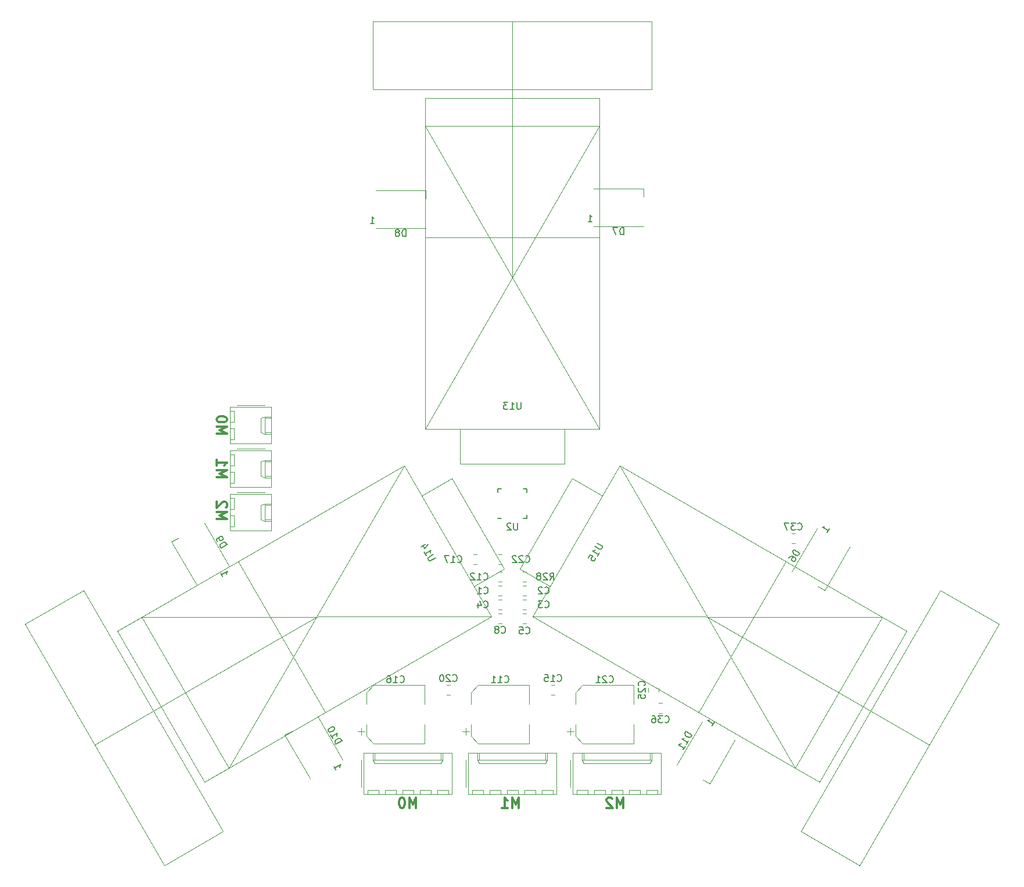
<source format=gbr>
%TF.GenerationSoftware,KiCad,Pcbnew,5.1.9-73d0e3b20d~88~ubuntu20.04.1*%
%TF.CreationDate,2021-03-24T22:26:07+08:00*%
%TF.ProjectId,elec-car,656c6563-2d63-4617-922e-6b696361645f,rev?*%
%TF.SameCoordinates,Original*%
%TF.FileFunction,Legend,Bot*%
%TF.FilePolarity,Positive*%
%FSLAX46Y46*%
G04 Gerber Fmt 4.6, Leading zero omitted, Abs format (unit mm)*
G04 Created by KiCad (PCBNEW 5.1.9-73d0e3b20d~88~ubuntu20.04.1) date 2021-03-24 22:26:07*
%MOMM*%
%LPD*%
G01*
G04 APERTURE LIST*
%ADD10C,0.300000*%
%ADD11C,0.120000*%
%ADD12C,0.150000*%
G04 APERTURE END LIST*
D10*
X122003428Y-110180285D02*
X123503428Y-110180285D01*
X122432000Y-109680285D01*
X123503428Y-109180285D01*
X122003428Y-109180285D01*
X123360571Y-108537428D02*
X123432000Y-108466000D01*
X123503428Y-108323142D01*
X123503428Y-107966000D01*
X123432000Y-107823142D01*
X123360571Y-107751714D01*
X123217714Y-107680285D01*
X123074857Y-107680285D01*
X122860571Y-107751714D01*
X122003428Y-108608857D01*
X122003428Y-107680285D01*
X122003428Y-104084285D02*
X123503428Y-104084285D01*
X122432000Y-103584285D01*
X123503428Y-103084285D01*
X122003428Y-103084285D01*
X122003428Y-101584285D02*
X122003428Y-102441428D01*
X122003428Y-102012857D02*
X123503428Y-102012857D01*
X123289142Y-102155714D01*
X123146285Y-102298571D01*
X123074857Y-102441428D01*
X122003428Y-97734285D02*
X123503428Y-97734285D01*
X122432000Y-97234285D01*
X123503428Y-96734285D01*
X122003428Y-96734285D01*
X123503428Y-95734285D02*
X123503428Y-95591428D01*
X123432000Y-95448571D01*
X123360571Y-95377142D01*
X123217714Y-95305714D01*
X122932000Y-95234285D01*
X122574857Y-95234285D01*
X122289142Y-95305714D01*
X122146285Y-95377142D01*
X122074857Y-95448571D01*
X122003428Y-95591428D01*
X122003428Y-95734285D01*
X122074857Y-95877142D01*
X122146285Y-95948571D01*
X122289142Y-96020000D01*
X122574857Y-96091428D01*
X122932000Y-96091428D01*
X123217714Y-96020000D01*
X123360571Y-95948571D01*
X123432000Y-95877142D01*
X123503428Y-95734285D01*
X181300285Y-152316571D02*
X181300285Y-150816571D01*
X180800285Y-151888000D01*
X180300285Y-150816571D01*
X180300285Y-152316571D01*
X179657428Y-150959428D02*
X179586000Y-150888000D01*
X179443142Y-150816571D01*
X179086000Y-150816571D01*
X178943142Y-150888000D01*
X178871714Y-150959428D01*
X178800285Y-151102285D01*
X178800285Y-151245142D01*
X178871714Y-151459428D01*
X179728857Y-152316571D01*
X178800285Y-152316571D01*
X166060285Y-152316571D02*
X166060285Y-150816571D01*
X165560285Y-151888000D01*
X165060285Y-150816571D01*
X165060285Y-152316571D01*
X163560285Y-152316571D02*
X164417428Y-152316571D01*
X163988857Y-152316571D02*
X163988857Y-150816571D01*
X164131714Y-151030857D01*
X164274571Y-151173714D01*
X164417428Y-151245142D01*
X151074285Y-152316571D02*
X151074285Y-150816571D01*
X150574285Y-151888000D01*
X150074285Y-150816571D01*
X150074285Y-152316571D01*
X149074285Y-150816571D02*
X148931428Y-150816571D01*
X148788571Y-150888000D01*
X148717142Y-150959428D01*
X148645714Y-151102285D01*
X148574285Y-151388000D01*
X148574285Y-151745142D01*
X148645714Y-152030857D01*
X148717142Y-152173714D01*
X148788571Y-152245142D01*
X148931428Y-152316571D01*
X149074285Y-152316571D01*
X149217142Y-152245142D01*
X149288571Y-152173714D01*
X149360000Y-152030857D01*
X149431428Y-151745142D01*
X149431428Y-151388000D01*
X149360000Y-151102285D01*
X149288571Y-150959428D01*
X149217142Y-150888000D01*
X149074285Y-150816571D01*
D11*
%TO.C,D11*%
X192737430Y-139736007D02*
X189087430Y-146057993D01*
X197500570Y-142486007D02*
X193850570Y-148807993D01*
X193850570Y-148807993D02*
X192854641Y-148232993D01*
%TO.C,D10*%
X140350570Y-145295993D02*
X136700570Y-138974007D01*
X135587430Y-148045993D02*
X131937430Y-141724007D01*
X131937430Y-141724007D02*
X132933359Y-141149007D01*
%TO.C,D9*%
X123840570Y-117101993D02*
X120190570Y-110780007D01*
X119077430Y-119851993D02*
X115427430Y-113530007D01*
X115427430Y-113530007D02*
X116423359Y-112955007D01*
%TO.C,D8*%
X145194000Y-67774000D02*
X152494000Y-67774000D01*
X145194000Y-62274000D02*
X152494000Y-62274000D01*
X152494000Y-62274000D02*
X152494000Y-63424000D01*
%TO.C,D7*%
X176944000Y-67520000D02*
X184244000Y-67520000D01*
X176944000Y-62020000D02*
X184244000Y-62020000D01*
X184244000Y-62020000D02*
X184244000Y-63170000D01*
%TO.C,D6*%
X209501430Y-111542007D02*
X205851430Y-117863993D01*
X214264570Y-114292007D02*
X210614570Y-120613993D01*
X210614570Y-120613993D02*
X209618641Y-120038993D01*
%TO.C,C37*%
X206321252Y-112295000D02*
X205798748Y-112295000D01*
X206321252Y-113765000D02*
X205798748Y-113765000D01*
%TO.C,C36*%
X186951252Y-137060000D02*
X186428748Y-137060000D01*
X186951252Y-138530000D02*
X186428748Y-138530000D01*
%TO.C,C22*%
X163060748Y-115343000D02*
X163583252Y-115343000D01*
X163060748Y-116813000D02*
X163583252Y-116813000D01*
%TO.C,C17*%
X159438748Y-115343000D02*
X159961252Y-115343000D01*
X159438748Y-116813000D02*
X159961252Y-116813000D01*
%TO.C,R28*%
X166650936Y-119353000D02*
X167105064Y-119353000D01*
X166650936Y-117883000D02*
X167105064Y-117883000D01*
%TO.C,C12*%
X163060748Y-119353000D02*
X163583252Y-119353000D01*
X163060748Y-117883000D02*
X163583252Y-117883000D01*
%TO.C,C21*%
X182820000Y-134424000D02*
X182820000Y-137174000D01*
X182820000Y-142944000D02*
X182820000Y-140194000D01*
X175364437Y-142944000D02*
X182820000Y-142944000D01*
X175364437Y-134424000D02*
X182820000Y-134424000D01*
X174300000Y-135488437D02*
X174300000Y-137174000D01*
X174300000Y-141879563D02*
X174300000Y-140194000D01*
X174300000Y-141879563D02*
X175364437Y-142944000D01*
X174300000Y-135488437D02*
X175364437Y-134424000D01*
X173060000Y-141194000D02*
X174060000Y-141194000D01*
X173560000Y-141694000D02*
X173560000Y-140694000D01*
%TO.C,U15*%
X209854957Y-148539523D02*
X206335429Y-146507523D01*
X222554957Y-126542477D02*
X209854957Y-148539523D01*
X219035429Y-124510477D02*
X222554957Y-126542477D01*
X204957320Y-116382477D02*
X192257320Y-138379523D01*
X173821162Y-104271886D02*
X178220571Y-106811886D01*
X170011162Y-110871000D02*
X173821162Y-104271886D01*
X166201162Y-117470114D02*
X170600571Y-120010114D01*
X170011162Y-110871000D02*
X166201162Y-117470114D01*
X227464809Y-120578364D02*
X236043657Y-125531364D01*
X207144809Y-155773636D02*
X227464809Y-120578364D01*
X215723657Y-160726636D02*
X207144809Y-155773636D01*
X236043657Y-125531364D02*
X215723657Y-160726636D01*
X212685429Y-135509000D02*
X225883657Y-143129000D01*
X193548000Y-124460000D02*
X212685429Y-135509000D01*
X168060571Y-124409523D02*
X219035429Y-124510477D01*
X206335429Y-146507523D02*
X180760571Y-102412477D01*
X206335429Y-146507523D02*
X168060571Y-124409523D01*
X219035429Y-124510477D02*
X206335429Y-146507523D01*
X180760571Y-102412477D02*
X219035429Y-124510477D01*
X168060571Y-124409523D02*
X180760571Y-102412477D01*
%TO.C,U14*%
X149312429Y-102412477D02*
X162012429Y-124409523D01*
X162012429Y-124409523D02*
X123737571Y-146507523D01*
X123737571Y-146507523D02*
X111037571Y-124510477D01*
X111037571Y-124510477D02*
X149312429Y-102412477D01*
X111037571Y-124510477D02*
X162012429Y-124409523D01*
X149312429Y-102412477D02*
X123737571Y-146507523D01*
X136525000Y-124460000D02*
X117387571Y-135509000D01*
X117387571Y-135509000D02*
X104189343Y-143129000D01*
X114349343Y-160726636D02*
X94029343Y-125531364D01*
X94029343Y-125531364D02*
X102608191Y-120578364D01*
X102608191Y-120578364D02*
X122928191Y-155773636D01*
X122928191Y-155773636D02*
X114349343Y-160726636D01*
X160061838Y-110871000D02*
X156251838Y-104271886D01*
X156251838Y-104271886D02*
X151852429Y-106811886D01*
X160061838Y-110871000D02*
X163871838Y-117470114D01*
X163871838Y-117470114D02*
X159472429Y-120010114D01*
X137815680Y-138379523D02*
X125115680Y-116382477D01*
X123737571Y-146507523D02*
X120218043Y-148539523D01*
X120218043Y-148539523D02*
X107518043Y-126542477D01*
X107518043Y-126542477D02*
X111037571Y-124510477D01*
%TO.C,U13*%
X177800000Y-97028000D02*
X152400000Y-97028000D01*
X152400000Y-97028000D02*
X152400000Y-52832000D01*
X152400000Y-52832000D02*
X177800000Y-52832000D01*
X177800000Y-52832000D02*
X177800000Y-97028000D01*
X177800000Y-52832000D02*
X152400000Y-97028000D01*
X177800000Y-97028000D02*
X152400000Y-52832000D01*
X165100000Y-74930000D02*
X165100000Y-52832000D01*
X165100000Y-52832000D02*
X165100000Y-37592000D01*
X144780000Y-37592000D02*
X185420000Y-37592000D01*
X185420000Y-37592000D02*
X185420000Y-47498000D01*
X185420000Y-47498000D02*
X144780000Y-47498000D01*
X144780000Y-47498000D02*
X144780000Y-37592000D01*
X165100000Y-102108000D02*
X172720000Y-102108000D01*
X172720000Y-102108000D02*
X172720000Y-97028000D01*
X165100000Y-102108000D02*
X157480000Y-102108000D01*
X157480000Y-102108000D02*
X157480000Y-97028000D01*
X152400000Y-69088000D02*
X177800000Y-69088000D01*
X152400000Y-52832000D02*
X152400000Y-48768000D01*
X152400000Y-48768000D02*
X177800000Y-48768000D01*
X177800000Y-48768000D02*
X177800000Y-52832000D01*
D12*
%TO.C,U2*%
X167250000Y-110100000D02*
X167250000Y-109575000D01*
X162950000Y-105800000D02*
X162950000Y-106325000D01*
X167250000Y-105800000D02*
X167250000Y-106325000D01*
X162950000Y-110100000D02*
X163475000Y-110100000D01*
X162950000Y-105800000D02*
X163475000Y-105800000D01*
X167250000Y-105800000D02*
X166725000Y-105800000D01*
X167250000Y-110100000D02*
X166725000Y-110100000D01*
D11*
%TO.C,J8*%
X123970000Y-93870000D02*
X129990000Y-93870000D01*
X129990000Y-93870000D02*
X129990000Y-99170000D01*
X129990000Y-99170000D02*
X123970000Y-99170000D01*
X123970000Y-99170000D02*
X123970000Y-93870000D01*
X125000000Y-93580000D02*
X129000000Y-93580000D01*
X129990000Y-95250000D02*
X128990000Y-95250000D01*
X128990000Y-95250000D02*
X128990000Y-97790000D01*
X128990000Y-97790000D02*
X129990000Y-97790000D01*
X128990000Y-95250000D02*
X128460000Y-95500000D01*
X128460000Y-95500000D02*
X128460000Y-97540000D01*
X128460000Y-97540000D02*
X128990000Y-97790000D01*
X129990000Y-95500000D02*
X128990000Y-95500000D01*
X129990000Y-97540000D02*
X128990000Y-97540000D01*
X123970000Y-94450000D02*
X124570000Y-94450000D01*
X124570000Y-94450000D02*
X124570000Y-96050000D01*
X124570000Y-96050000D02*
X123970000Y-96050000D01*
X123970000Y-96990000D02*
X124570000Y-96990000D01*
X124570000Y-96990000D02*
X124570000Y-98590000D01*
X124570000Y-98590000D02*
X123970000Y-98590000D01*
%TO.C,J7*%
X173880000Y-150350000D02*
X173880000Y-144330000D01*
X173880000Y-144330000D02*
X186800000Y-144330000D01*
X186800000Y-144330000D02*
X186800000Y-150350000D01*
X186800000Y-150350000D02*
X173880000Y-150350000D01*
X173590000Y-149320000D02*
X173590000Y-145320000D01*
X175260000Y-144330000D02*
X175260000Y-145330000D01*
X175260000Y-145330000D02*
X185420000Y-145330000D01*
X185420000Y-145330000D02*
X185420000Y-144330000D01*
X175260000Y-145330000D02*
X175510000Y-145860000D01*
X175510000Y-145860000D02*
X185170000Y-145860000D01*
X185170000Y-145860000D02*
X185420000Y-145330000D01*
X175510000Y-144330000D02*
X175510000Y-145330000D01*
X185170000Y-144330000D02*
X185170000Y-145330000D01*
X174460000Y-150350000D02*
X174460000Y-149750000D01*
X174460000Y-149750000D02*
X176060000Y-149750000D01*
X176060000Y-149750000D02*
X176060000Y-150350000D01*
X177000000Y-150350000D02*
X177000000Y-149750000D01*
X177000000Y-149750000D02*
X178600000Y-149750000D01*
X178600000Y-149750000D02*
X178600000Y-150350000D01*
X179540000Y-150350000D02*
X179540000Y-149750000D01*
X179540000Y-149750000D02*
X181140000Y-149750000D01*
X181140000Y-149750000D02*
X181140000Y-150350000D01*
X182080000Y-150350000D02*
X182080000Y-149750000D01*
X182080000Y-149750000D02*
X183680000Y-149750000D01*
X183680000Y-149750000D02*
X183680000Y-150350000D01*
X184620000Y-150350000D02*
X184620000Y-149750000D01*
X184620000Y-149750000D02*
X186220000Y-149750000D01*
X186220000Y-149750000D02*
X186220000Y-150350000D01*
%TO.C,J6*%
X123970000Y-100220000D02*
X129990000Y-100220000D01*
X129990000Y-100220000D02*
X129990000Y-105520000D01*
X129990000Y-105520000D02*
X123970000Y-105520000D01*
X123970000Y-105520000D02*
X123970000Y-100220000D01*
X125000000Y-99930000D02*
X129000000Y-99930000D01*
X129990000Y-101600000D02*
X128990000Y-101600000D01*
X128990000Y-101600000D02*
X128990000Y-104140000D01*
X128990000Y-104140000D02*
X129990000Y-104140000D01*
X128990000Y-101600000D02*
X128460000Y-101850000D01*
X128460000Y-101850000D02*
X128460000Y-103890000D01*
X128460000Y-103890000D02*
X128990000Y-104140000D01*
X129990000Y-101850000D02*
X128990000Y-101850000D01*
X129990000Y-103890000D02*
X128990000Y-103890000D01*
X123970000Y-100800000D02*
X124570000Y-100800000D01*
X124570000Y-100800000D02*
X124570000Y-102400000D01*
X124570000Y-102400000D02*
X123970000Y-102400000D01*
X123970000Y-103340000D02*
X124570000Y-103340000D01*
X124570000Y-103340000D02*
X124570000Y-104940000D01*
X124570000Y-104940000D02*
X123970000Y-104940000D01*
%TO.C,J5*%
X143400000Y-150350000D02*
X143400000Y-144330000D01*
X143400000Y-144330000D02*
X156320000Y-144330000D01*
X156320000Y-144330000D02*
X156320000Y-150350000D01*
X156320000Y-150350000D02*
X143400000Y-150350000D01*
X143110000Y-149320000D02*
X143110000Y-145320000D01*
X144780000Y-144330000D02*
X144780000Y-145330000D01*
X144780000Y-145330000D02*
X154940000Y-145330000D01*
X154940000Y-145330000D02*
X154940000Y-144330000D01*
X144780000Y-145330000D02*
X145030000Y-145860000D01*
X145030000Y-145860000D02*
X154690000Y-145860000D01*
X154690000Y-145860000D02*
X154940000Y-145330000D01*
X145030000Y-144330000D02*
X145030000Y-145330000D01*
X154690000Y-144330000D02*
X154690000Y-145330000D01*
X143980000Y-150350000D02*
X143980000Y-149750000D01*
X143980000Y-149750000D02*
X145580000Y-149750000D01*
X145580000Y-149750000D02*
X145580000Y-150350000D01*
X146520000Y-150350000D02*
X146520000Y-149750000D01*
X146520000Y-149750000D02*
X148120000Y-149750000D01*
X148120000Y-149750000D02*
X148120000Y-150350000D01*
X149060000Y-150350000D02*
X149060000Y-149750000D01*
X149060000Y-149750000D02*
X150660000Y-149750000D01*
X150660000Y-149750000D02*
X150660000Y-150350000D01*
X151600000Y-150350000D02*
X151600000Y-149750000D01*
X151600000Y-149750000D02*
X153200000Y-149750000D01*
X153200000Y-149750000D02*
X153200000Y-150350000D01*
X154140000Y-150350000D02*
X154140000Y-149750000D01*
X154140000Y-149750000D02*
X155740000Y-149750000D01*
X155740000Y-149750000D02*
X155740000Y-150350000D01*
%TO.C,J4*%
X123970000Y-106570000D02*
X129990000Y-106570000D01*
X129990000Y-106570000D02*
X129990000Y-111870000D01*
X129990000Y-111870000D02*
X123970000Y-111870000D01*
X123970000Y-111870000D02*
X123970000Y-106570000D01*
X125000000Y-106280000D02*
X129000000Y-106280000D01*
X129990000Y-107950000D02*
X128990000Y-107950000D01*
X128990000Y-107950000D02*
X128990000Y-110490000D01*
X128990000Y-110490000D02*
X129990000Y-110490000D01*
X128990000Y-107950000D02*
X128460000Y-108200000D01*
X128460000Y-108200000D02*
X128460000Y-110240000D01*
X128460000Y-110240000D02*
X128990000Y-110490000D01*
X129990000Y-108200000D02*
X128990000Y-108200000D01*
X129990000Y-110240000D02*
X128990000Y-110240000D01*
X123970000Y-107150000D02*
X124570000Y-107150000D01*
X124570000Y-107150000D02*
X124570000Y-108750000D01*
X124570000Y-108750000D02*
X123970000Y-108750000D01*
X123970000Y-109690000D02*
X124570000Y-109690000D01*
X124570000Y-109690000D02*
X124570000Y-111290000D01*
X124570000Y-111290000D02*
X123970000Y-111290000D01*
%TO.C,J3*%
X158640000Y-150350000D02*
X158640000Y-144330000D01*
X158640000Y-144330000D02*
X171560000Y-144330000D01*
X171560000Y-144330000D02*
X171560000Y-150350000D01*
X171560000Y-150350000D02*
X158640000Y-150350000D01*
X158350000Y-149320000D02*
X158350000Y-145320000D01*
X160020000Y-144330000D02*
X160020000Y-145330000D01*
X160020000Y-145330000D02*
X170180000Y-145330000D01*
X170180000Y-145330000D02*
X170180000Y-144330000D01*
X160020000Y-145330000D02*
X160270000Y-145860000D01*
X160270000Y-145860000D02*
X169930000Y-145860000D01*
X169930000Y-145860000D02*
X170180000Y-145330000D01*
X160270000Y-144330000D02*
X160270000Y-145330000D01*
X169930000Y-144330000D02*
X169930000Y-145330000D01*
X159220000Y-150350000D02*
X159220000Y-149750000D01*
X159220000Y-149750000D02*
X160820000Y-149750000D01*
X160820000Y-149750000D02*
X160820000Y-150350000D01*
X161760000Y-150350000D02*
X161760000Y-149750000D01*
X161760000Y-149750000D02*
X163360000Y-149750000D01*
X163360000Y-149750000D02*
X163360000Y-150350000D01*
X164300000Y-150350000D02*
X164300000Y-149750000D01*
X164300000Y-149750000D02*
X165900000Y-149750000D01*
X165900000Y-149750000D02*
X165900000Y-150350000D01*
X166840000Y-150350000D02*
X166840000Y-149750000D01*
X166840000Y-149750000D02*
X168440000Y-149750000D01*
X168440000Y-149750000D02*
X168440000Y-150350000D01*
X169380000Y-150350000D02*
X169380000Y-149750000D01*
X169380000Y-149750000D02*
X170980000Y-149750000D01*
X170980000Y-149750000D02*
X170980000Y-150350000D01*
%TO.C,C25*%
X184939000Y-134866748D02*
X184939000Y-135389252D01*
X186409000Y-134866748D02*
X186409000Y-135389252D01*
%TO.C,C20*%
X156029252Y-134393000D02*
X155506748Y-134393000D01*
X156029252Y-135863000D02*
X155506748Y-135863000D01*
%TO.C,C16*%
X152340000Y-134424000D02*
X152340000Y-137174000D01*
X152340000Y-142944000D02*
X152340000Y-140194000D01*
X144884437Y-142944000D02*
X152340000Y-142944000D01*
X144884437Y-134424000D02*
X152340000Y-134424000D01*
X143820000Y-135488437D02*
X143820000Y-137174000D01*
X143820000Y-141879563D02*
X143820000Y-140194000D01*
X143820000Y-141879563D02*
X144884437Y-142944000D01*
X143820000Y-135488437D02*
X144884437Y-134424000D01*
X142580000Y-141194000D02*
X143580000Y-141194000D01*
X143080000Y-141694000D02*
X143080000Y-140694000D01*
%TO.C,C15*%
X171269252Y-134393000D02*
X170746748Y-134393000D01*
X171269252Y-135863000D02*
X170746748Y-135863000D01*
%TO.C,C11*%
X167580000Y-134424000D02*
X167580000Y-137174000D01*
X167580000Y-142944000D02*
X167580000Y-140194000D01*
X160124437Y-142944000D02*
X167580000Y-142944000D01*
X160124437Y-134424000D02*
X167580000Y-134424000D01*
X159060000Y-135488437D02*
X159060000Y-137174000D01*
X159060000Y-141879563D02*
X159060000Y-140194000D01*
X159060000Y-141879563D02*
X160124437Y-142944000D01*
X159060000Y-135488437D02*
X160124437Y-134424000D01*
X157820000Y-141194000D02*
X158820000Y-141194000D01*
X158320000Y-141694000D02*
X158320000Y-140694000D01*
%TO.C,C8*%
X163060748Y-125449000D02*
X163583252Y-125449000D01*
X163060748Y-123979000D02*
X163583252Y-123979000D01*
%TO.C,C5*%
X167139252Y-123979000D02*
X166616748Y-123979000D01*
X167139252Y-125449000D02*
X166616748Y-125449000D01*
%TO.C,C4*%
X163060748Y-123417000D02*
X163583252Y-123417000D01*
X163060748Y-121947000D02*
X163583252Y-121947000D01*
%TO.C,C3*%
X167139252Y-121947000D02*
X166616748Y-121947000D01*
X167139252Y-123417000D02*
X166616748Y-123417000D01*
%TO.C,C2*%
X167139252Y-119915000D02*
X166616748Y-119915000D01*
X167139252Y-121385000D02*
X166616748Y-121385000D01*
%TO.C,C1*%
X163060748Y-121385000D02*
X163583252Y-121385000D01*
X163060748Y-119915000D02*
X163583252Y-119915000D01*
%TO.C,D11*%
D12*
X191261827Y-141696588D02*
X190395801Y-141196588D01*
X190276754Y-141402784D01*
X190246564Y-141550312D01*
X190281424Y-141680409D01*
X190340093Y-141769268D01*
X190481241Y-141905745D01*
X190604959Y-141977174D01*
X190793725Y-142031172D01*
X190900014Y-142037552D01*
X191030111Y-142002693D01*
X191142779Y-141902784D01*
X191261827Y-141696588D01*
X190499922Y-143016245D02*
X190785636Y-142521374D01*
X190642779Y-142768810D02*
X189776754Y-142268810D01*
X189948091Y-142257760D01*
X190078188Y-142222900D01*
X190167047Y-142164231D01*
X190023732Y-143841032D02*
X190309446Y-143346160D01*
X190166589Y-143593596D02*
X189300563Y-143093596D01*
X189471900Y-143082546D01*
X189601998Y-143047686D01*
X189690856Y-142989017D01*
X194232275Y-140351621D02*
X194517989Y-139856749D01*
X194375132Y-140104185D02*
X193509106Y-139604185D01*
X193680443Y-139593135D01*
X193810541Y-139558275D01*
X193899399Y-139499606D01*
%TO.C,D10*%
X139390458Y-143037792D02*
X140256483Y-142537792D01*
X140137436Y-142331596D01*
X140024768Y-142231687D01*
X139894670Y-142196828D01*
X139788382Y-142203208D01*
X139599615Y-142257206D01*
X139475897Y-142328635D01*
X139334750Y-142465112D01*
X139276081Y-142553971D01*
X139241221Y-142684068D01*
X139271410Y-142831596D01*
X139390458Y-143037792D01*
X138628553Y-141718134D02*
X138914267Y-142213006D01*
X138771410Y-141965570D02*
X139637436Y-141465570D01*
X139561337Y-141619478D01*
X139526477Y-141749575D01*
X139532857Y-141855863D01*
X139185055Y-140682024D02*
X139137436Y-140599545D01*
X139048577Y-140540876D01*
X138983529Y-140523446D01*
X138877240Y-140529826D01*
X138688474Y-140583825D01*
X138482277Y-140702872D01*
X138341129Y-140839350D01*
X138282460Y-140928208D01*
X138265031Y-140993257D01*
X138271410Y-141099545D01*
X138319029Y-141182024D01*
X138407888Y-141240693D01*
X138472937Y-141258122D01*
X138579225Y-141251743D01*
X138767991Y-141197744D01*
X138974188Y-141078696D01*
X139115336Y-140942219D01*
X139174005Y-140853360D01*
X139191435Y-140788312D01*
X139185055Y-140682024D01*
X139070010Y-146282759D02*
X139355724Y-146777631D01*
X139212867Y-146530195D02*
X140078893Y-146030195D01*
X140002794Y-146184102D01*
X139967934Y-146314200D01*
X139974314Y-146420488D01*
%TO.C,D9*%
X122642363Y-114431399D02*
X123508388Y-113931399D01*
X123389341Y-113725203D01*
X123276673Y-113625294D01*
X123146575Y-113590435D01*
X123040287Y-113596814D01*
X122851520Y-113650813D01*
X122727802Y-113722242D01*
X122586654Y-113858719D01*
X122527985Y-113947578D01*
X122493126Y-114077675D01*
X122523315Y-114225203D01*
X122642363Y-114431399D01*
X122118553Y-113524134D02*
X122023315Y-113359177D01*
X122016935Y-113252889D01*
X122034365Y-113187840D01*
X122110464Y-113033933D01*
X122251612Y-112897456D01*
X122581526Y-112706980D01*
X122687814Y-112700600D01*
X122752863Y-112718030D01*
X122841721Y-112776699D01*
X122936960Y-112941656D01*
X122943339Y-113047944D01*
X122925910Y-113112993D01*
X122867240Y-113201851D01*
X122661044Y-113320899D01*
X122554756Y-113327279D01*
X122489707Y-113309849D01*
X122400849Y-113251180D01*
X122305610Y-113086222D01*
X122299231Y-112979934D01*
X122316661Y-112914886D01*
X122375330Y-112826027D01*
X122560010Y-118088759D02*
X122845724Y-118583631D01*
X122702867Y-118336195D02*
X123568893Y-117836195D01*
X123492794Y-117990102D01*
X123457934Y-118120200D01*
X123464314Y-118226488D01*
%TO.C,D8*%
X149582095Y-68976380D02*
X149582095Y-67976380D01*
X149344000Y-67976380D01*
X149201142Y-68024000D01*
X149105904Y-68119238D01*
X149058285Y-68214476D01*
X149010666Y-68404952D01*
X149010666Y-68547809D01*
X149058285Y-68738285D01*
X149105904Y-68833523D01*
X149201142Y-68928761D01*
X149344000Y-68976380D01*
X149582095Y-68976380D01*
X148439238Y-68404952D02*
X148534476Y-68357333D01*
X148582095Y-68309714D01*
X148629714Y-68214476D01*
X148629714Y-68166857D01*
X148582095Y-68071619D01*
X148534476Y-68024000D01*
X148439238Y-67976380D01*
X148248761Y-67976380D01*
X148153523Y-68024000D01*
X148105904Y-68071619D01*
X148058285Y-68166857D01*
X148058285Y-68214476D01*
X148105904Y-68309714D01*
X148153523Y-68357333D01*
X148248761Y-68404952D01*
X148439238Y-68404952D01*
X148534476Y-68452571D01*
X148582095Y-68500190D01*
X148629714Y-68595428D01*
X148629714Y-68785904D01*
X148582095Y-68881142D01*
X148534476Y-68928761D01*
X148439238Y-68976380D01*
X148248761Y-68976380D01*
X148153523Y-68928761D01*
X148105904Y-68881142D01*
X148058285Y-68785904D01*
X148058285Y-68595428D01*
X148105904Y-68500190D01*
X148153523Y-68452571D01*
X148248761Y-68404952D01*
X144408285Y-67076380D02*
X144979714Y-67076380D01*
X144694000Y-67076380D02*
X144694000Y-66076380D01*
X144789238Y-66219238D01*
X144884476Y-66314476D01*
X144979714Y-66362095D01*
%TO.C,D7*%
X181332095Y-68722380D02*
X181332095Y-67722380D01*
X181094000Y-67722380D01*
X180951142Y-67770000D01*
X180855904Y-67865238D01*
X180808285Y-67960476D01*
X180760666Y-68150952D01*
X180760666Y-68293809D01*
X180808285Y-68484285D01*
X180855904Y-68579523D01*
X180951142Y-68674761D01*
X181094000Y-68722380D01*
X181332095Y-68722380D01*
X180427333Y-67722380D02*
X179760666Y-67722380D01*
X180189238Y-68722380D01*
X176158285Y-66822380D02*
X176729714Y-66822380D01*
X176444000Y-66822380D02*
X176444000Y-65822380D01*
X176539238Y-65965238D01*
X176634476Y-66060476D01*
X176729714Y-66108095D01*
%TO.C,D6*%
X207008821Y-115156981D02*
X206142795Y-114656981D01*
X206023747Y-114863177D01*
X205993558Y-115010705D01*
X206028418Y-115140802D01*
X206087087Y-115229661D01*
X206228235Y-115366138D01*
X206351952Y-115437567D01*
X206540719Y-115491565D01*
X206647007Y-115497945D01*
X206777105Y-115463086D01*
X206889773Y-115363177D01*
X207008821Y-115156981D01*
X205428509Y-115894160D02*
X205523747Y-115729203D01*
X205612606Y-115670534D01*
X205677655Y-115653104D01*
X205848992Y-115642054D01*
X206037758Y-115696053D01*
X206367673Y-115886529D01*
X206426342Y-115975387D01*
X206443772Y-116040436D01*
X206437392Y-116146724D01*
X206342154Y-116311681D01*
X206253295Y-116370350D01*
X206188247Y-116387780D01*
X206081959Y-116381400D01*
X205875762Y-116262353D01*
X205817093Y-116173494D01*
X205799663Y-116108446D01*
X205806043Y-116002157D01*
X205901281Y-115837200D01*
X205990139Y-115778531D01*
X206055188Y-115761101D01*
X206161476Y-115767481D01*
X210996275Y-112157621D02*
X211281989Y-111662749D01*
X211139132Y-111910185D02*
X210273106Y-111410185D01*
X210444443Y-111399135D01*
X210574541Y-111364275D01*
X210663399Y-111305606D01*
%TO.C,C37*%
X206702857Y-111707142D02*
X206750476Y-111754761D01*
X206893333Y-111802380D01*
X206988571Y-111802380D01*
X207131428Y-111754761D01*
X207226666Y-111659523D01*
X207274285Y-111564285D01*
X207321904Y-111373809D01*
X207321904Y-111230952D01*
X207274285Y-111040476D01*
X207226666Y-110945238D01*
X207131428Y-110850000D01*
X206988571Y-110802380D01*
X206893333Y-110802380D01*
X206750476Y-110850000D01*
X206702857Y-110897619D01*
X206369523Y-110802380D02*
X205750476Y-110802380D01*
X206083809Y-111183333D01*
X205940952Y-111183333D01*
X205845714Y-111230952D01*
X205798095Y-111278571D01*
X205750476Y-111373809D01*
X205750476Y-111611904D01*
X205798095Y-111707142D01*
X205845714Y-111754761D01*
X205940952Y-111802380D01*
X206226666Y-111802380D01*
X206321904Y-111754761D01*
X206369523Y-111707142D01*
X205417142Y-110802380D02*
X204750476Y-110802380D01*
X205179047Y-111802380D01*
%TO.C,C36*%
X187332857Y-139803142D02*
X187380476Y-139850761D01*
X187523333Y-139898380D01*
X187618571Y-139898380D01*
X187761428Y-139850761D01*
X187856666Y-139755523D01*
X187904285Y-139660285D01*
X187951904Y-139469809D01*
X187951904Y-139326952D01*
X187904285Y-139136476D01*
X187856666Y-139041238D01*
X187761428Y-138946000D01*
X187618571Y-138898380D01*
X187523333Y-138898380D01*
X187380476Y-138946000D01*
X187332857Y-138993619D01*
X186999523Y-138898380D02*
X186380476Y-138898380D01*
X186713809Y-139279333D01*
X186570952Y-139279333D01*
X186475714Y-139326952D01*
X186428095Y-139374571D01*
X186380476Y-139469809D01*
X186380476Y-139707904D01*
X186428095Y-139803142D01*
X186475714Y-139850761D01*
X186570952Y-139898380D01*
X186856666Y-139898380D01*
X186951904Y-139850761D01*
X186999523Y-139803142D01*
X185523333Y-138898380D02*
X185713809Y-138898380D01*
X185809047Y-138946000D01*
X185856666Y-138993619D01*
X185951904Y-139136476D01*
X185999523Y-139326952D01*
X185999523Y-139707904D01*
X185951904Y-139803142D01*
X185904285Y-139850761D01*
X185809047Y-139898380D01*
X185618571Y-139898380D01*
X185523333Y-139850761D01*
X185475714Y-139803142D01*
X185428095Y-139707904D01*
X185428095Y-139469809D01*
X185475714Y-139374571D01*
X185523333Y-139326952D01*
X185618571Y-139279333D01*
X185809047Y-139279333D01*
X185904285Y-139326952D01*
X185951904Y-139374571D01*
X185999523Y-139469809D01*
%TO.C,C22*%
X167012857Y-116435142D02*
X167060476Y-116482761D01*
X167203333Y-116530380D01*
X167298571Y-116530380D01*
X167441428Y-116482761D01*
X167536666Y-116387523D01*
X167584285Y-116292285D01*
X167631904Y-116101809D01*
X167631904Y-115958952D01*
X167584285Y-115768476D01*
X167536666Y-115673238D01*
X167441428Y-115578000D01*
X167298571Y-115530380D01*
X167203333Y-115530380D01*
X167060476Y-115578000D01*
X167012857Y-115625619D01*
X166631904Y-115625619D02*
X166584285Y-115578000D01*
X166489047Y-115530380D01*
X166250952Y-115530380D01*
X166155714Y-115578000D01*
X166108095Y-115625619D01*
X166060476Y-115720857D01*
X166060476Y-115816095D01*
X166108095Y-115958952D01*
X166679523Y-116530380D01*
X166060476Y-116530380D01*
X165679523Y-115625619D02*
X165631904Y-115578000D01*
X165536666Y-115530380D01*
X165298571Y-115530380D01*
X165203333Y-115578000D01*
X165155714Y-115625619D01*
X165108095Y-115720857D01*
X165108095Y-115816095D01*
X165155714Y-115958952D01*
X165727142Y-116530380D01*
X165108095Y-116530380D01*
%TO.C,C17*%
X157106857Y-116435142D02*
X157154476Y-116482761D01*
X157297333Y-116530380D01*
X157392571Y-116530380D01*
X157535428Y-116482761D01*
X157630666Y-116387523D01*
X157678285Y-116292285D01*
X157725904Y-116101809D01*
X157725904Y-115958952D01*
X157678285Y-115768476D01*
X157630666Y-115673238D01*
X157535428Y-115578000D01*
X157392571Y-115530380D01*
X157297333Y-115530380D01*
X157154476Y-115578000D01*
X157106857Y-115625619D01*
X156154476Y-116530380D02*
X156725904Y-116530380D01*
X156440190Y-116530380D02*
X156440190Y-115530380D01*
X156535428Y-115673238D01*
X156630666Y-115768476D01*
X156725904Y-115816095D01*
X155821142Y-115530380D02*
X155154476Y-115530380D01*
X155583047Y-116530380D01*
%TO.C,R28*%
X170568857Y-119070380D02*
X170902190Y-118594190D01*
X171140285Y-119070380D02*
X171140285Y-118070380D01*
X170759333Y-118070380D01*
X170664095Y-118118000D01*
X170616476Y-118165619D01*
X170568857Y-118260857D01*
X170568857Y-118403714D01*
X170616476Y-118498952D01*
X170664095Y-118546571D01*
X170759333Y-118594190D01*
X171140285Y-118594190D01*
X170187904Y-118165619D02*
X170140285Y-118118000D01*
X170045047Y-118070380D01*
X169806952Y-118070380D01*
X169711714Y-118118000D01*
X169664095Y-118165619D01*
X169616476Y-118260857D01*
X169616476Y-118356095D01*
X169664095Y-118498952D01*
X170235523Y-119070380D01*
X169616476Y-119070380D01*
X169045047Y-118498952D02*
X169140285Y-118451333D01*
X169187904Y-118403714D01*
X169235523Y-118308476D01*
X169235523Y-118260857D01*
X169187904Y-118165619D01*
X169140285Y-118118000D01*
X169045047Y-118070380D01*
X168854571Y-118070380D01*
X168759333Y-118118000D01*
X168711714Y-118165619D01*
X168664095Y-118260857D01*
X168664095Y-118308476D01*
X168711714Y-118403714D01*
X168759333Y-118451333D01*
X168854571Y-118498952D01*
X169045047Y-118498952D01*
X169140285Y-118546571D01*
X169187904Y-118594190D01*
X169235523Y-118689428D01*
X169235523Y-118879904D01*
X169187904Y-118975142D01*
X169140285Y-119022761D01*
X169045047Y-119070380D01*
X168854571Y-119070380D01*
X168759333Y-119022761D01*
X168711714Y-118975142D01*
X168664095Y-118879904D01*
X168664095Y-118689428D01*
X168711714Y-118594190D01*
X168759333Y-118546571D01*
X168854571Y-118498952D01*
%TO.C,C12*%
X160916857Y-118975142D02*
X160964476Y-119022761D01*
X161107333Y-119070380D01*
X161202571Y-119070380D01*
X161345428Y-119022761D01*
X161440666Y-118927523D01*
X161488285Y-118832285D01*
X161535904Y-118641809D01*
X161535904Y-118498952D01*
X161488285Y-118308476D01*
X161440666Y-118213238D01*
X161345428Y-118118000D01*
X161202571Y-118070380D01*
X161107333Y-118070380D01*
X160964476Y-118118000D01*
X160916857Y-118165619D01*
X159964476Y-119070380D02*
X160535904Y-119070380D01*
X160250190Y-119070380D02*
X160250190Y-118070380D01*
X160345428Y-118213238D01*
X160440666Y-118308476D01*
X160535904Y-118356095D01*
X159583523Y-118165619D02*
X159535904Y-118118000D01*
X159440666Y-118070380D01*
X159202571Y-118070380D01*
X159107333Y-118118000D01*
X159059714Y-118165619D01*
X159012095Y-118260857D01*
X159012095Y-118356095D01*
X159059714Y-118498952D01*
X159631142Y-119070380D01*
X159012095Y-119070380D01*
%TO.C,C21*%
X179202857Y-133961142D02*
X179250476Y-134008761D01*
X179393333Y-134056380D01*
X179488571Y-134056380D01*
X179631428Y-134008761D01*
X179726666Y-133913523D01*
X179774285Y-133818285D01*
X179821904Y-133627809D01*
X179821904Y-133484952D01*
X179774285Y-133294476D01*
X179726666Y-133199238D01*
X179631428Y-133104000D01*
X179488571Y-133056380D01*
X179393333Y-133056380D01*
X179250476Y-133104000D01*
X179202857Y-133151619D01*
X178821904Y-133151619D02*
X178774285Y-133104000D01*
X178679047Y-133056380D01*
X178440952Y-133056380D01*
X178345714Y-133104000D01*
X178298095Y-133151619D01*
X178250476Y-133246857D01*
X178250476Y-133342095D01*
X178298095Y-133484952D01*
X178869523Y-134056380D01*
X178250476Y-134056380D01*
X177298095Y-134056380D02*
X177869523Y-134056380D01*
X177583809Y-134056380D02*
X177583809Y-133056380D01*
X177679047Y-133199238D01*
X177774285Y-133294476D01*
X177869523Y-133342095D01*
%TO.C,U15*%
X177414982Y-113715968D02*
X178116050Y-114120730D01*
X178174719Y-114209588D01*
X178192149Y-114274637D01*
X178185769Y-114380925D01*
X178090531Y-114545882D01*
X178001673Y-114604552D01*
X177936624Y-114621981D01*
X177830336Y-114615602D01*
X177129268Y-114210840D01*
X177495293Y-115576865D02*
X177781008Y-115081993D01*
X177638150Y-115329429D02*
X176772125Y-114829429D01*
X176943462Y-114818379D01*
X177073560Y-114783520D01*
X177162418Y-114724851D01*
X176176887Y-115860412D02*
X176414982Y-115448019D01*
X176851185Y-115644875D01*
X176786136Y-115662305D01*
X176697278Y-115720974D01*
X176578230Y-115927170D01*
X176571850Y-116033458D01*
X176589280Y-116098507D01*
X176647949Y-116187365D01*
X176854146Y-116306413D01*
X176960434Y-116312793D01*
X177025482Y-116295363D01*
X177114341Y-116236694D01*
X177233388Y-116030497D01*
X177239768Y-115924209D01*
X177222338Y-115859161D01*
%TO.C,U14*%
X153896112Y-115860412D02*
X153195044Y-116265174D01*
X153088756Y-116271554D01*
X153023707Y-116254124D01*
X152934849Y-116195455D01*
X152839611Y-116030497D01*
X152833231Y-115924209D01*
X152850661Y-115859161D01*
X152909330Y-115770302D01*
X153610398Y-115365540D01*
X152244372Y-114999515D02*
X152530087Y-115494387D01*
X152387230Y-115246951D02*
X153253255Y-114746951D01*
X153177156Y-114900858D01*
X153142297Y-115030956D01*
X153148676Y-115137244D01*
X152393151Y-113923874D02*
X151815801Y-114257207D01*
X152842113Y-113939594D02*
X152342571Y-114502934D01*
X152033048Y-113966823D01*
%TO.C,U13*%
X166338095Y-93178380D02*
X166338095Y-93987904D01*
X166290476Y-94083142D01*
X166242857Y-94130761D01*
X166147619Y-94178380D01*
X165957142Y-94178380D01*
X165861904Y-94130761D01*
X165814285Y-94083142D01*
X165766666Y-93987904D01*
X165766666Y-93178380D01*
X164766666Y-94178380D02*
X165338095Y-94178380D01*
X165052380Y-94178380D02*
X165052380Y-93178380D01*
X165147619Y-93321238D01*
X165242857Y-93416476D01*
X165338095Y-93464095D01*
X164433333Y-93178380D02*
X163814285Y-93178380D01*
X164147619Y-93559333D01*
X164004761Y-93559333D01*
X163909523Y-93606952D01*
X163861904Y-93654571D01*
X163814285Y-93749809D01*
X163814285Y-93987904D01*
X163861904Y-94083142D01*
X163909523Y-94130761D01*
X164004761Y-94178380D01*
X164290476Y-94178380D01*
X164385714Y-94130761D01*
X164433333Y-94083142D01*
%TO.C,U2*%
X165861904Y-110777380D02*
X165861904Y-111586904D01*
X165814285Y-111682142D01*
X165766666Y-111729761D01*
X165671428Y-111777380D01*
X165480952Y-111777380D01*
X165385714Y-111729761D01*
X165338095Y-111682142D01*
X165290476Y-111586904D01*
X165290476Y-110777380D01*
X164861904Y-110872619D02*
X164814285Y-110825000D01*
X164719047Y-110777380D01*
X164480952Y-110777380D01*
X164385714Y-110825000D01*
X164338095Y-110872619D01*
X164290476Y-110967857D01*
X164290476Y-111063095D01*
X164338095Y-111205952D01*
X164909523Y-111777380D01*
X164290476Y-111777380D01*
%TO.C,C25*%
X184351142Y-134485142D02*
X184398761Y-134437523D01*
X184446380Y-134294666D01*
X184446380Y-134199428D01*
X184398761Y-134056571D01*
X184303523Y-133961333D01*
X184208285Y-133913714D01*
X184017809Y-133866095D01*
X183874952Y-133866095D01*
X183684476Y-133913714D01*
X183589238Y-133961333D01*
X183494000Y-134056571D01*
X183446380Y-134199428D01*
X183446380Y-134294666D01*
X183494000Y-134437523D01*
X183541619Y-134485142D01*
X183541619Y-134866095D02*
X183494000Y-134913714D01*
X183446380Y-135008952D01*
X183446380Y-135247047D01*
X183494000Y-135342285D01*
X183541619Y-135389904D01*
X183636857Y-135437523D01*
X183732095Y-135437523D01*
X183874952Y-135389904D01*
X184446380Y-134818476D01*
X184446380Y-135437523D01*
X183446380Y-136342285D02*
X183446380Y-135866095D01*
X183922571Y-135818476D01*
X183874952Y-135866095D01*
X183827333Y-135961333D01*
X183827333Y-136199428D01*
X183874952Y-136294666D01*
X183922571Y-136342285D01*
X184017809Y-136389904D01*
X184255904Y-136389904D01*
X184351142Y-136342285D01*
X184398761Y-136294666D01*
X184446380Y-136199428D01*
X184446380Y-135961333D01*
X184398761Y-135866095D01*
X184351142Y-135818476D01*
%TO.C,C20*%
X156410857Y-133805142D02*
X156458476Y-133852761D01*
X156601333Y-133900380D01*
X156696571Y-133900380D01*
X156839428Y-133852761D01*
X156934666Y-133757523D01*
X156982285Y-133662285D01*
X157029904Y-133471809D01*
X157029904Y-133328952D01*
X156982285Y-133138476D01*
X156934666Y-133043238D01*
X156839428Y-132948000D01*
X156696571Y-132900380D01*
X156601333Y-132900380D01*
X156458476Y-132948000D01*
X156410857Y-132995619D01*
X156029904Y-132995619D02*
X155982285Y-132948000D01*
X155887047Y-132900380D01*
X155648952Y-132900380D01*
X155553714Y-132948000D01*
X155506095Y-132995619D01*
X155458476Y-133090857D01*
X155458476Y-133186095D01*
X155506095Y-133328952D01*
X156077523Y-133900380D01*
X155458476Y-133900380D01*
X154839428Y-132900380D02*
X154744190Y-132900380D01*
X154648952Y-132948000D01*
X154601333Y-132995619D01*
X154553714Y-133090857D01*
X154506095Y-133281333D01*
X154506095Y-133519428D01*
X154553714Y-133709904D01*
X154601333Y-133805142D01*
X154648952Y-133852761D01*
X154744190Y-133900380D01*
X154839428Y-133900380D01*
X154934666Y-133852761D01*
X154982285Y-133805142D01*
X155029904Y-133709904D01*
X155077523Y-133519428D01*
X155077523Y-133281333D01*
X155029904Y-133090857D01*
X154982285Y-132995619D01*
X154934666Y-132948000D01*
X154839428Y-132900380D01*
%TO.C,C16*%
X148724857Y-133961142D02*
X148772476Y-134008761D01*
X148915333Y-134056380D01*
X149010571Y-134056380D01*
X149153428Y-134008761D01*
X149248666Y-133913523D01*
X149296285Y-133818285D01*
X149343904Y-133627809D01*
X149343904Y-133484952D01*
X149296285Y-133294476D01*
X149248666Y-133199238D01*
X149153428Y-133104000D01*
X149010571Y-133056380D01*
X148915333Y-133056380D01*
X148772476Y-133104000D01*
X148724857Y-133151619D01*
X147772476Y-134056380D02*
X148343904Y-134056380D01*
X148058190Y-134056380D02*
X148058190Y-133056380D01*
X148153428Y-133199238D01*
X148248666Y-133294476D01*
X148343904Y-133342095D01*
X146915333Y-133056380D02*
X147105809Y-133056380D01*
X147201047Y-133104000D01*
X147248666Y-133151619D01*
X147343904Y-133294476D01*
X147391523Y-133484952D01*
X147391523Y-133865904D01*
X147343904Y-133961142D01*
X147296285Y-134008761D01*
X147201047Y-134056380D01*
X147010571Y-134056380D01*
X146915333Y-134008761D01*
X146867714Y-133961142D01*
X146820095Y-133865904D01*
X146820095Y-133627809D01*
X146867714Y-133532571D01*
X146915333Y-133484952D01*
X147010571Y-133437333D01*
X147201047Y-133437333D01*
X147296285Y-133484952D01*
X147343904Y-133532571D01*
X147391523Y-133627809D01*
%TO.C,C15*%
X171650857Y-133805142D02*
X171698476Y-133852761D01*
X171841333Y-133900380D01*
X171936571Y-133900380D01*
X172079428Y-133852761D01*
X172174666Y-133757523D01*
X172222285Y-133662285D01*
X172269904Y-133471809D01*
X172269904Y-133328952D01*
X172222285Y-133138476D01*
X172174666Y-133043238D01*
X172079428Y-132948000D01*
X171936571Y-132900380D01*
X171841333Y-132900380D01*
X171698476Y-132948000D01*
X171650857Y-132995619D01*
X170698476Y-133900380D02*
X171269904Y-133900380D01*
X170984190Y-133900380D02*
X170984190Y-132900380D01*
X171079428Y-133043238D01*
X171174666Y-133138476D01*
X171269904Y-133186095D01*
X169793714Y-132900380D02*
X170269904Y-132900380D01*
X170317523Y-133376571D01*
X170269904Y-133328952D01*
X170174666Y-133281333D01*
X169936571Y-133281333D01*
X169841333Y-133328952D01*
X169793714Y-133376571D01*
X169746095Y-133471809D01*
X169746095Y-133709904D01*
X169793714Y-133805142D01*
X169841333Y-133852761D01*
X169936571Y-133900380D01*
X170174666Y-133900380D01*
X170269904Y-133852761D01*
X170317523Y-133805142D01*
%TO.C,C11*%
X163964857Y-133961142D02*
X164012476Y-134008761D01*
X164155333Y-134056380D01*
X164250571Y-134056380D01*
X164393428Y-134008761D01*
X164488666Y-133913523D01*
X164536285Y-133818285D01*
X164583904Y-133627809D01*
X164583904Y-133484952D01*
X164536285Y-133294476D01*
X164488666Y-133199238D01*
X164393428Y-133104000D01*
X164250571Y-133056380D01*
X164155333Y-133056380D01*
X164012476Y-133104000D01*
X163964857Y-133151619D01*
X163012476Y-134056380D02*
X163583904Y-134056380D01*
X163298190Y-134056380D02*
X163298190Y-133056380D01*
X163393428Y-133199238D01*
X163488666Y-133294476D01*
X163583904Y-133342095D01*
X162060095Y-134056380D02*
X162631523Y-134056380D01*
X162345809Y-134056380D02*
X162345809Y-133056380D01*
X162441047Y-133199238D01*
X162536285Y-133294476D01*
X162631523Y-133342095D01*
%TO.C,C8*%
X163488666Y-126751142D02*
X163536285Y-126798761D01*
X163679142Y-126846380D01*
X163774380Y-126846380D01*
X163917238Y-126798761D01*
X164012476Y-126703523D01*
X164060095Y-126608285D01*
X164107714Y-126417809D01*
X164107714Y-126274952D01*
X164060095Y-126084476D01*
X164012476Y-125989238D01*
X163917238Y-125894000D01*
X163774380Y-125846380D01*
X163679142Y-125846380D01*
X163536285Y-125894000D01*
X163488666Y-125941619D01*
X162917238Y-126274952D02*
X163012476Y-126227333D01*
X163060095Y-126179714D01*
X163107714Y-126084476D01*
X163107714Y-126036857D01*
X163060095Y-125941619D01*
X163012476Y-125894000D01*
X162917238Y-125846380D01*
X162726761Y-125846380D01*
X162631523Y-125894000D01*
X162583904Y-125941619D01*
X162536285Y-126036857D01*
X162536285Y-126084476D01*
X162583904Y-126179714D01*
X162631523Y-126227333D01*
X162726761Y-126274952D01*
X162917238Y-126274952D01*
X163012476Y-126322571D01*
X163060095Y-126370190D01*
X163107714Y-126465428D01*
X163107714Y-126655904D01*
X163060095Y-126751142D01*
X163012476Y-126798761D01*
X162917238Y-126846380D01*
X162726761Y-126846380D01*
X162631523Y-126798761D01*
X162583904Y-126751142D01*
X162536285Y-126655904D01*
X162536285Y-126465428D01*
X162583904Y-126370190D01*
X162631523Y-126322571D01*
X162726761Y-126274952D01*
%TO.C,C5*%
X167044666Y-126849142D02*
X167092285Y-126896761D01*
X167235142Y-126944380D01*
X167330380Y-126944380D01*
X167473238Y-126896761D01*
X167568476Y-126801523D01*
X167616095Y-126706285D01*
X167663714Y-126515809D01*
X167663714Y-126372952D01*
X167616095Y-126182476D01*
X167568476Y-126087238D01*
X167473238Y-125992000D01*
X167330380Y-125944380D01*
X167235142Y-125944380D01*
X167092285Y-125992000D01*
X167044666Y-126039619D01*
X166139904Y-125944380D02*
X166616095Y-125944380D01*
X166663714Y-126420571D01*
X166616095Y-126372952D01*
X166520857Y-126325333D01*
X166282761Y-126325333D01*
X166187523Y-126372952D01*
X166139904Y-126420571D01*
X166092285Y-126515809D01*
X166092285Y-126753904D01*
X166139904Y-126849142D01*
X166187523Y-126896761D01*
X166282761Y-126944380D01*
X166520857Y-126944380D01*
X166616095Y-126896761D01*
X166663714Y-126849142D01*
%TO.C,C4*%
X160948666Y-123039142D02*
X160996285Y-123086761D01*
X161139142Y-123134380D01*
X161234380Y-123134380D01*
X161377238Y-123086761D01*
X161472476Y-122991523D01*
X161520095Y-122896285D01*
X161567714Y-122705809D01*
X161567714Y-122562952D01*
X161520095Y-122372476D01*
X161472476Y-122277238D01*
X161377238Y-122182000D01*
X161234380Y-122134380D01*
X161139142Y-122134380D01*
X160996285Y-122182000D01*
X160948666Y-122229619D01*
X160091523Y-122467714D02*
X160091523Y-123134380D01*
X160329619Y-122086761D02*
X160567714Y-122801047D01*
X159948666Y-122801047D01*
%TO.C,C3*%
X169838666Y-123039142D02*
X169886285Y-123086761D01*
X170029142Y-123134380D01*
X170124380Y-123134380D01*
X170267238Y-123086761D01*
X170362476Y-122991523D01*
X170410095Y-122896285D01*
X170457714Y-122705809D01*
X170457714Y-122562952D01*
X170410095Y-122372476D01*
X170362476Y-122277238D01*
X170267238Y-122182000D01*
X170124380Y-122134380D01*
X170029142Y-122134380D01*
X169886285Y-122182000D01*
X169838666Y-122229619D01*
X169505333Y-122134380D02*
X168886285Y-122134380D01*
X169219619Y-122515333D01*
X169076761Y-122515333D01*
X168981523Y-122562952D01*
X168933904Y-122610571D01*
X168886285Y-122705809D01*
X168886285Y-122943904D01*
X168933904Y-123039142D01*
X168981523Y-123086761D01*
X169076761Y-123134380D01*
X169362476Y-123134380D01*
X169457714Y-123086761D01*
X169505333Y-123039142D01*
%TO.C,C2*%
X169838666Y-121007142D02*
X169886285Y-121054761D01*
X170029142Y-121102380D01*
X170124380Y-121102380D01*
X170267238Y-121054761D01*
X170362476Y-120959523D01*
X170410095Y-120864285D01*
X170457714Y-120673809D01*
X170457714Y-120530952D01*
X170410095Y-120340476D01*
X170362476Y-120245238D01*
X170267238Y-120150000D01*
X170124380Y-120102380D01*
X170029142Y-120102380D01*
X169886285Y-120150000D01*
X169838666Y-120197619D01*
X169457714Y-120197619D02*
X169410095Y-120150000D01*
X169314857Y-120102380D01*
X169076761Y-120102380D01*
X168981523Y-120150000D01*
X168933904Y-120197619D01*
X168886285Y-120292857D01*
X168886285Y-120388095D01*
X168933904Y-120530952D01*
X169505333Y-121102380D01*
X168886285Y-121102380D01*
%TO.C,C1*%
X160948666Y-121007142D02*
X160996285Y-121054761D01*
X161139142Y-121102380D01*
X161234380Y-121102380D01*
X161377238Y-121054761D01*
X161472476Y-120959523D01*
X161520095Y-120864285D01*
X161567714Y-120673809D01*
X161567714Y-120530952D01*
X161520095Y-120340476D01*
X161472476Y-120245238D01*
X161377238Y-120150000D01*
X161234380Y-120102380D01*
X161139142Y-120102380D01*
X160996285Y-120150000D01*
X160948666Y-120197619D01*
X159996285Y-121102380D02*
X160567714Y-121102380D01*
X160282000Y-121102380D02*
X160282000Y-120102380D01*
X160377238Y-120245238D01*
X160472476Y-120340476D01*
X160567714Y-120388095D01*
%TD*%
M02*

</source>
